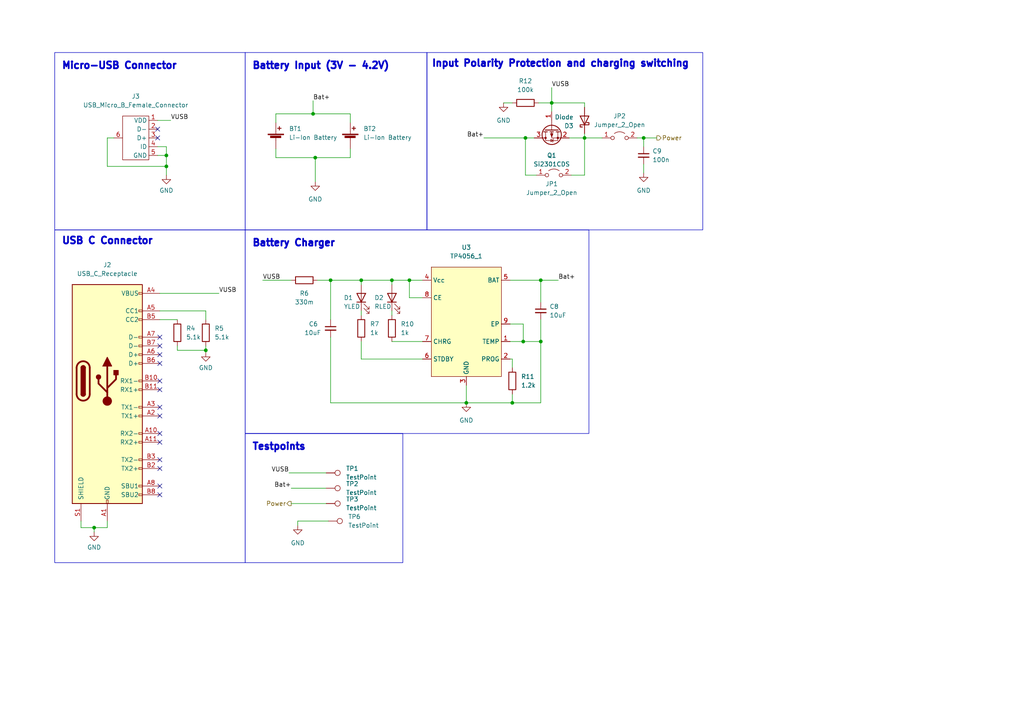
<source format=kicad_sch>
(kicad_sch (version 20230121) (generator eeschema)
  (paper "A4")
  (title_block (title "Battery Charging") (date "2023-04-13") (rev "V1") (company "University of Cape Town") (comment 1 "Author: Sarah Tallack"))
  (lib_symbols
    (symbol "Connector:TestPoint" (pin_numbers hide) (pin_names (offset 0.762) hide)
      (property "Reference" "TP" (at 0 6.858 0))
      (property "Value" "TestPoint" (at 0 5.08 0))
      (symbol "TestPoint_0_1"
        (circle (center 0 3.302) (radius 0.762))
      )
      (symbol "TestPoint_1_1"
        (pin passive line (at 0 0 90) (length 2.54) (name "1") (number "1"))
      )
    )
    (symbol "Connector:USB_C_Receptacle" (pin_names (offset 1.016))
      (property "Reference" "J" (at -10.16 29.21 0))
      (property "Value" "USB_C_Receptacle" (at 10.16 29.21 0))
      (symbol "USB_C_Receptacle_0_0"
        (rectangle (start -0.254 -35.56) (end 0.254 -34.544))
        (rectangle (start 10.16 -32.766) (end 9.144 -33.274))
        (rectangle (start 10.16 -30.226) (end 9.144 -30.734))
        (rectangle (start 10.16 -25.146) (end 9.144 -25.654))
        (rectangle (start 10.16 -22.606) (end 9.144 -23.114))
        (rectangle (start 10.16 -17.526) (end 9.144 -18.034))
        (rectangle (start 10.16 -14.986) (end 9.144 -15.494))
        (rectangle (start 10.16 -9.906) (end 9.144 -10.414))
        (rectangle (start 10.16 -7.366) (end 9.144 -7.874))
        (rectangle (start 10.16 -2.286) (end 9.144 -2.794))
        (rectangle (start 10.16 0.254) (end 9.144 -0.254))
        (rectangle (start 10.16 5.334) (end 9.144 4.826))
        (rectangle (start 10.16 7.874) (end 9.144 7.366))
        (rectangle (start 10.16 10.414) (end 9.144 9.906))
        (rectangle (start 10.16 12.954) (end 9.144 12.446))
        (rectangle (start 10.16 18.034) (end 9.144 17.526))
        (rectangle (start 10.16 20.574) (end 9.144 20.066))
        (rectangle (start 10.16 25.654) (end 9.144 25.146))
      )
      (symbol "USB_C_Receptacle_0_1"
        (rectangle (start -10.16 27.94) (end 10.16 -35.56) (stroke (width 0.254)) (fill (type background)))
        (arc (start -8.89 -3.81) (mid -6.985 -5.7067) (end -5.08 -3.81) (stroke (width 0.508)))
        (arc (start -7.62 -3.81) (mid -6.985 -4.4423) (end -6.35 -3.81) (stroke (width 0.254)))
        (arc (start -7.62 -3.81) (mid -6.985 -4.4423) (end -6.35 -3.81) (stroke (width 0.254)) (fill (type outline)))
        (rectangle (start -7.62 -3.81) (end -6.35 3.81) (stroke (width 0.254)) (fill (type outline)))
        (arc (start -6.35 3.81) (mid -6.985 4.4423) (end -7.62 3.81) (stroke (width 0.254)))
        (arc (start -6.35 3.81) (mid -6.985 4.4423) (end -7.62 3.81) (stroke (width 0.254)) (fill (type outline)))
        (arc (start -5.08 3.81) (mid -6.985 5.7067) (end -8.89 3.81) (stroke (width 0.508)))
        (polyline (pts (xy -8.89 -3.81) (xy -8.89 3.81)) (stroke (width 0.508)))
        (polyline (pts (xy -5.08 3.81) (xy -5.08 -3.81)) (stroke (width 0.508)))
      )
      (symbol "USB_C_Receptacle_1_1"
        (circle (center -2.54 1.143) (radius 0.635) (stroke (width 0.254)) (fill (type outline)))
        (circle (center 0 -5.842) (radius 1.27) (fill (type outline)))
        (polyline (pts (xy 0 -5.842) (xy 0 4.318)) (stroke (width 0.508)))
        (polyline (pts (xy 0 -3.302) (xy -2.54 -0.762) (xy -2.54 0.508)) (stroke (width 0.508)))
        (polyline (pts (xy 0 -2.032) (xy 2.54 0.508) (xy 2.54 1.778)) (stroke (width 0.508)))
        (polyline (pts (xy -1.27 4.318) (xy 0 6.858) (xy 1.27 4.318) (xy -1.27 4.318)) (stroke (width 0.254)) (fill (type outline)))
        (rectangle (start 1.905 1.778) (end 3.175 3.048) (stroke (width 0.254)) (fill (type outline)))
        (pin passive line (at 0 -40.64 90) (length 5.08) (name "GND") (number "A1"))
        (pin bidirectional line (at 15.24 -15.24 180) (length 5.08) (name "RX2-") (number "A10"))
        (pin bidirectional line (at 15.24 -17.78 180) (length 5.08) (name "RX2+") (number "A11"))
        (pin passive line (at 0 -40.64 90) (length 5.08) hide (name "GND") (number "A12"))
        (pin bidirectional line (at 15.24 -10.16 180) (length 5.08) (name "TX1+") (number "A2"))
        (pin bidirectional line (at 15.24 -7.62 180) (length 5.08) (name "TX1-") (number "A3"))
        (pin passive line (at 15.24 25.4 180) (length 5.08) (name "VBUS") (number "A4"))
        (pin bidirectional line (at 15.24 20.32 180) (length 5.08) (name "CC1") (number "A5"))
        (pin bidirectional line (at 15.24 7.62 180) (length 5.08) (name "D+") (number "A6"))
        (pin bidirectional line (at 15.24 12.7 180) (length 5.08) (name "D-") (number "A7"))
        (pin bidirectional line (at 15.24 -30.48 180) (length 5.08) (name "SBU1") (number "A8"))
        (pin passive line (at 15.24 25.4 180) (length 5.08) hide (name "VBUS") (number "A9"))
        (pin passive line (at 0 -40.64 90) (length 5.08) hide (name "GND") (number "B1"))
        (pin bidirectional line (at 15.24 0 180) (length 5.08) (name "RX1-") (number "B10"))
        (pin bidirectional line (at 15.24 -2.54 180) (length 5.08) (name "RX1+") (number "B11"))
        (pin passive line (at 0 -40.64 90) (length 5.08) hide (name "GND") (number "B12"))
        (pin bidirectional line (at 15.24 -25.4 180) (length 5.08) (name "TX2+") (number "B2"))
        (pin bidirectional line (at 15.24 -22.86 180) (length 5.08) (name "TX2-") (number "B3"))
        (pin passive line (at 15.24 25.4 180) (length 5.08) hide (name "VBUS") (number "B4"))
        (pin bidirectional line (at 15.24 17.78 180) (length 5.08) (name "CC2") (number "B5"))
        (pin bidirectional line (at 15.24 5.08 180) (length 5.08) (name "D+") (number "B6"))
        (pin bidirectional line (at 15.24 10.16 180) (length 5.08) (name "D-") (number "B7"))
        (pin bidirectional line (at 15.24 -33.02 180) (length 5.08) (name "SBU2") (number "B8"))
        (pin passive line (at 15.24 25.4 180) (length 5.08) hide (name "VBUS") (number "B9"))
        (pin passive line (at -7.62 -40.64 90) (length 5.08) (name "SHIELD") (number "S1"))
      )
    )
    (symbol "Device:Battery_Cell" (pin_numbers hide) (pin_names (offset 0) hide)
      (property "Reference" "BT" (at 2.54 2.54 0))
      (property "Value" "Battery_Cell" (at 2.54 0 0))
      (symbol "Battery_Cell_0_1"
        (rectangle (start -2.286 1.778) (end 2.286 1.524) (fill (type outline)))
        (rectangle (start -1.5748 1.1938) (end 1.4732 0.6858) (fill (type outline)))
        (polyline (pts (xy 0 0.762) (xy 0 0)))
        (polyline (pts (xy 0 1.778) (xy 0 2.54)))
        (polyline (pts (xy 0.508 3.429) (xy 1.524 3.429)) (stroke (width 0.254)))
        (polyline (pts (xy 1.016 3.937) (xy 1.016 2.921)) (stroke (width 0.254)))
      )
      (symbol "Battery_Cell_1_1"
        (pin passive line (at 0 5.08 270) (length 2.54) (name "+") (number "1"))
        (pin passive line (at 0 -2.54 90) (length 2.54) (name "-") (number "2"))
      )
    )
    (symbol "Device:C_Small" (pin_numbers hide) (pin_names (offset 0.254) hide)
      (property "Reference" "C" (at 0.254 1.778 0))
      (property "Value" "C_Small" (at 0.254 -2.032 0))
      (symbol "C_Small_0_1"
        (polyline (pts (xy -1.524 -0.508) (xy 1.524 -0.508)) (stroke (width 0.3302)))
        (polyline (pts (xy -1.524 0.508) (xy 1.524 0.508)) (stroke (width 0.3048)))
      )
      (symbol "C_Small_1_1"
        (pin passive line (at 0 2.54 270) (length 2.032) (name "~") (number "1"))
        (pin passive line (at 0 -2.54 90) (length 2.032) (name "~") (number "2"))
      )
    )
    (symbol "Device:LED" (pin_numbers hide) (pin_names (offset 1.016) hide)
      (property "Reference" "D" (at 0 2.54 0))
      (property "Value" "LED" (at 0 -2.54 0))
      (symbol "LED_0_1"
        (polyline (pts (xy -1.27 -1.27) (xy -1.27 1.27)) (stroke (width 0.254)))
        (polyline (pts (xy -1.27 0) (xy 1.27 0)))
        (polyline (pts (xy 1.27 -1.27) (xy 1.27 1.27) (xy -1.27 0) (xy 1.27 -1.27)) (stroke (width 0.254)))
        (polyline (pts (xy -3.048 -0.762) (xy -4.572 -2.286) (xy -3.81 -2.286) (xy -4.572 -2.286) (xy -4.572 -1.524)))
        (polyline (pts (xy -1.778 -0.762) (xy -3.302 -2.286) (xy -2.54 -2.286) (xy -3.302 -2.286) (xy -3.302 -1.524)))
      )
      (symbol "LED_1_1"
        (pin passive line (at -3.81 0 0) (length 2.54) (name "K") (number "1"))
        (pin passive line (at 3.81 0 180) (length 2.54) (name "A") (number "2"))
      )
    )
    (symbol "Device:R" (pin_numbers hide) (pin_names (offset 0))
      (property "Reference" "R" (at 2.032 0 90))
      (property "Value" "R" (at 0 0 90))
      (symbol "R_0_1"
        (rectangle (start -1.016 -2.54) (end 1.016 2.54) (stroke (width 0.254)))
      )
      (symbol "R_1_1"
        (pin passive line (at 0 3.81 270) (length 1.27) (name "~") (number "1"))
        (pin passive line (at 0 -3.81 90) (length 1.27) (name "~") (number "2"))
      )
    )
    (symbol "Diode:1N5819" (pin_numbers hide) (pin_names (offset 1.016) hide)
      (property "Reference" "D" (at 0 2.54 0))
      (property "Value" "1N5819" (at 0 -2.54 0))
      (symbol "1N5819_0_1"
        (polyline (pts (xy 1.27 0) (xy -1.27 0)))
        (polyline (pts (xy 1.27 1.27) (xy 1.27 -1.27) (xy -1.27 0) (xy 1.27 1.27)) (stroke (width 0.254)))
        (polyline (pts (xy -1.905 0.635) (xy -1.905 1.27) (xy -1.27 1.27) (xy -1.27 -1.27) (xy -0.635 -1.27) (xy -0.635 -0.635)) (stroke (width 0.254)))
      )
      (symbol "1N5819_1_1"
        (pin passive line (at -3.81 0 0) (length 2.54) (name "K") (number "1"))
        (pin passive line (at 3.81 0 180) (length 2.54) (name "A") (number "2"))
      )
    )
    (symbol "Jumper:Jumper_2_Open" (pin_names (offset 0) hide)
      (property "Reference" "JP" (at 0 2.794 0))
      (property "Value" "Jumper_2_Open" (at 0 -2.286 0))
      (symbol "Jumper_2_Open_0_0"
        (circle (center -2.032 0) (radius 0.508))
        (circle (center 2.032 0) (radius 0.508))
      )
      (symbol "Jumper_2_Open_0_1"
        (arc (start 1.524 1.27) (mid 0 1.778) (end -1.524 1.27))
      )
      (symbol "Jumper_2_Open_1_1"
        (pin passive line (at -5.08 0 0) (length 2.54) (name "A") (number "1"))
        (pin passive line (at 5.08 0 180) (length 2.54) (name "B") (number "2"))
      )
    )
    (symbol "SarahLib:TP4056_1"
      (property "Reference" "U4" (at 0 11.43 0))
      (property "Value" "TP4056_1" (at 0 8.89 0))
      (symbol "TP4056_1_0_1"
        (rectangle (start -10.16 6.35) (end 10.16 -25.4) (fill (type background)))
      )
      (symbol "TP4056_1_1_1"
        (pin input line (at 12.7 -15.24 180) (length 2.54) (name "TEMP") (number "1"))
        (pin input line (at 12.7 -20.32 180) (length 2.54) (name "PROG") (number "2"))
        (pin input line (at 0 -27.94 90) (length 2.54) (name "GND") (number "3"))
        (pin input line (at -12.7 2.54 0) (length 2.54) (name "Vcc") (number "4"))
        (pin input line (at 12.7 2.54 180) (length 2.54) (name "BAT") (number "5"))
        (pin input line (at -12.7 -20.32 0) (length 2.54) (name "STDBY") (number "6"))
        (pin input line (at -12.7 -15.24 0) (length 2.54) (name "CHRG") (number "7"))
        (pin input line (at -12.7 -2.54 0) (length 2.54) (name "CE") (number "8"))
        (pin input line (at 12.7 -10.16 180) (length 2.54) (name "EP") (number "9"))
      )
    )
    (symbol "SarahLib:USB_Micro_B_Female_Connector"
      (property "Reference" "J3" (at 1.27 12.065 0))
      (property "Value" "USB_Micro_B_Female_Connector" (at 1.27 9.525 0))
      (symbol "USB_Micro_B_Female_Connector_0_1"
        (rectangle (start 5.08 6.35) (end -2.54 -6.35) (stroke (width 0.1524)))
      )
      (symbol "USB_Micro_B_Female_Connector_1_1"
        (pin power_out line (at 7.62 5.08 180) (length 2.54) (name "VDD") (number "1"))
        (pin input line (at 7.62 2.54 180) (length 2.54) (name "D-") (number "2"))
        (pin input line (at 7.62 0 180) (length 2.54) (name "D+") (number "3"))
        (pin passive line (at 7.62 -2.54 180) (length 2.54) (name "ID") (number "4"))
        (pin power_in line (at 7.62 -5.08 180) (length 2.54) (name "GND") (number "5"))
        (pin passive line (at -5.08 0 0) (length 2.54) (name "") (number "6"))
      )
    )
    (symbol "Transistor_FET:Si2319CDS" (pin_names hide)
      (property "Reference" "Q" (at 5.08 1.905 0))
      (property "Value" "Si2319CDS" (at 5.08 0 0))
      (symbol "Si2319CDS_0_1"
        (polyline (pts (xy 0.254 0) (xy -2.54 0)))
        (polyline (pts (xy 0.254 1.905) (xy 0.254 -1.905)) (stroke (width 0.254)))
        (polyline (pts (xy 0.762 -1.27) (xy 0.762 -2.286)) (stroke (width 0.254)))
        (polyline (pts (xy 0.762 0.508) (xy 0.762 -0.508)) (stroke (width 0.254)))
        (polyline (pts (xy 0.762 2.286) (xy 0.762 1.27)) (stroke (width 0.254)))
        (polyline (pts (xy 2.54 2.54) (xy 2.54 1.778)))
        (polyline (pts (xy 2.54 -2.54) (xy 2.54 0) (xy 0.762 0)))
        (polyline (pts (xy 0.762 1.778) (xy 3.302 1.778) (xy 3.302 -1.778) (xy 0.762 -1.778)))
        (polyline (pts (xy 2.286 0) (xy 1.27 0.381) (xy 1.27 -0.381) (xy 2.286 0)) (fill (type outline)))
        (polyline (pts (xy 2.794 -0.508) (xy 2.921 -0.381) (xy 3.683 -0.381) (xy 3.81 -0.254)))
        (polyline (pts (xy 3.302 -0.381) (xy 2.921 0.254) (xy 3.683 0.254) (xy 3.302 -0.381)))
        (circle (center 1.651 0) (radius 2.794) (stroke (width 0.254)))
        (circle (center 2.54 -1.778) (radius 0.254) (fill (type outline)))
        (circle (center 2.54 1.778) (radius 0.254) (fill (type outline)))
      )
      (symbol "Si2319CDS_1_1"
        (pin input line (at -5.08 0 0) (length 2.54) (name "G") (number "1"))
        (pin passive line (at 2.54 -5.08 90) (length 2.54) (name "S") (number "2"))
        (pin passive line (at 2.54 5.08 270) (length 2.54) (name "D") (number "3"))
      )
    )
    (symbol "power:GND" (power) (pin_names (offset 0))
      (property "Value" "GND" (at 0 -3.81 0))
      (symbol "GND_0_1"
        (polyline (pts (xy 0 0) (xy 0 -1.27) (xy 1.27 -1.27) (xy 0 -2.54) (xy -1.27 -1.27) (xy 0 -1.27)))
      )
      (symbol "GND_1_1"
        (pin power_in line (at 0 0 270) (length 0) hide (name "GND") (number "1"))
      )
    )
  )
  (junction (at 59.69 101.6))
  (junction (at 160.02 29.845))
  (junction (at 152.4 40.005))
  (junction (at 95.885 81.28))
  (junction (at 91.44 45.72))
  (junction (at 148.59 116.84))
  (junction (at 156.845 99.06))
  (junction (at 48.26 45.085))
  (junction (at 135.255 116.84))
  (junction (at 151.765 99.06))
  (junction (at 169.545 40.005))
  (junction (at 90.805 33.02))
  (junction (at 118.745 81.28))
  (junction (at 48.26 48.26))
  (junction (at 186.69 40.005))
  (junction (at 113.665 81.28))
  (junction (at 104.775 81.28))
  (junction (at 156.845 81.28))
  (junction (at 27.305 153.035))
  (no_connect (at 46.355 97.79))
  (no_connect (at 46.355 105.41))
  (no_connect (at 46.355 100.33))
  (no_connect (at 46.355 128.27))
  (no_connect (at 46.355 143.51))
  (no_connect (at 46.355 118.11))
  (no_connect (at 46.355 133.35))
  (no_connect (at 46.355 113.03))
  (no_connect (at 46.355 102.87))
  (no_connect (at 46.355 120.65))
  (no_connect (at 46.355 140.97))
  (no_connect (at 46.355 125.73))
  (no_connect (at 45.72 37.465))
  (no_connect (at 46.355 110.49))
  (no_connect (at 45.72 40.005))
  (no_connect (at 46.355 135.89))
  (wire (pts (xy 135.255 111.76) (xy 135.255 116.84)))
  (wire (pts (xy 165.1 40.005) (xy 169.545 40.005)))
  (wire (pts (xy 59.69 100.33) (xy 59.69 101.6)))
  (wire (pts (xy 152.4 40.005) (xy 154.94 40.005)))
  (wire (pts (xy 46.355 90.17) (xy 59.69 90.17)))
  (wire (pts (xy 91.44 45.72) (xy 91.44 52.705)))
  (wire (pts (xy 160.02 29.845) (xy 160.02 32.385)))
  (wire (pts (xy 51.435 101.6) (xy 59.69 101.6)))
  (wire (pts (xy 147.955 104.14) (xy 148.59 104.14)))
  (wire (pts (xy 118.745 81.28) (xy 118.745 86.36)))
  (wire (pts (xy 140.335 40.005) (xy 152.4 40.005)))
  (wire (pts (xy 146.05 29.845) (xy 148.59 29.845)))
  (wire (pts (xy 104.775 81.28) (xy 113.665 81.28)))
  (wire (pts (xy 156.845 81.28) (xy 147.955 81.28)))
  (wire (pts (xy 122.555 86.36) (xy 118.745 86.36)))
  (wire (pts (xy 160.02 25.4) (xy 160.02 29.845)))
  (wire (pts (xy 147.955 99.06) (xy 151.765 99.06)))
  (wire (pts (xy 113.665 81.28) (xy 118.745 81.28)))
  (wire (pts (xy 113.665 99.06) (xy 122.555 99.06)))
  (wire (pts (xy 156.845 99.06) (xy 156.845 116.84)))
  (wire (pts (xy 151.765 93.98) (xy 151.765 99.06)))
  (wire (pts (xy 23.495 151.13) (xy 23.495 153.035)))
  (wire (pts (xy 152.4 40.005) (xy 152.4 50.8)))
  (wire (pts (xy 104.775 90.17) (xy 104.775 91.44)))
  (wire (pts (xy 169.545 40.005) (xy 174.625 40.005)))
  (wire (pts (xy 51.435 100.33) (xy 51.435 101.6)))
  (wire (pts (xy 95.885 116.84) (xy 135.255 116.84)))
  (wire (pts (xy 80.01 33.02) (xy 90.805 33.02)))
  (wire (pts (xy 33.02 40.005) (xy 31.115 40.005)))
  (wire (pts (xy 169.545 40.005) (xy 169.545 50.8)))
  (wire (pts (xy 80.01 43.18) (xy 80.01 45.72)))
  (wire (pts (xy 151.765 99.06) (xy 156.845 99.06)))
  (wire (pts (xy 90.805 33.02) (xy 101.6 33.02)))
  (wire (pts (xy 152.4 50.8) (xy 155.575 50.8)))
  (wire (pts (xy 135.255 116.84) (xy 148.59 116.84)))
  (wire (pts (xy 63.5 85.09) (xy 46.355 85.09)))
  (wire (pts (xy 90.805 29.21) (xy 90.805 33.02)))
  (wire (pts (xy 23.495 153.035) (xy 27.305 153.035)))
  (wire (pts (xy 101.6 33.02) (xy 101.6 35.56)))
  (wire (pts (xy 80.01 35.56) (xy 80.01 33.02)))
  (wire (pts (xy 91.44 45.72) (xy 80.01 45.72)))
  (wire (pts (xy 31.115 48.26) (xy 48.26 48.26)))
  (wire (pts (xy 48.26 48.26) (xy 48.26 50.8)))
  (wire (pts (xy 113.665 90.17) (xy 113.665 91.44)))
  (wire (pts (xy 160.02 29.845) (xy 169.545 29.845)))
  (wire (pts (xy 118.745 81.28) (xy 122.555 81.28)))
  (wire (pts (xy 169.545 38.735) (xy 169.545 40.005)))
  (wire (pts (xy 186.69 50.165) (xy 186.69 47.625)))
  (wire (pts (xy 147.955 93.98) (xy 151.765 93.98)))
  (wire (pts (xy 101.6 45.72) (xy 101.6 43.18)))
  (wire (pts (xy 45.72 34.925) (xy 49.53 34.925)))
  (wire (pts (xy 27.305 153.035) (xy 27.305 154.305)))
  (wire (pts (xy 156.21 29.845) (xy 160.02 29.845)))
  (wire (pts (xy 186.69 40.005) (xy 184.785 40.005)))
  (wire (pts (xy 165.735 50.8) (xy 169.545 50.8)))
  (wire (pts (xy 27.305 153.035) (xy 31.115 153.035)))
  (wire (pts (xy 48.26 42.545) (xy 48.26 45.085)))
  (wire (pts (xy 84.455 141.605) (xy 94.615 141.605)))
  (wire (pts (xy 148.59 116.84) (xy 156.845 116.84)))
  (wire (pts (xy 148.59 114.3) (xy 148.59 116.84)))
  (wire (pts (xy 190.5 40.005) (xy 186.69 40.005)))
  (wire (pts (xy 45.72 42.545) (xy 48.26 42.545)))
  (wire (pts (xy 45.72 45.085) (xy 48.26 45.085)))
  (wire (pts (xy 95.885 97.79) (xy 95.885 116.84)))
  (wire (pts (xy 76.2 81.28) (xy 84.455 81.28)))
  (wire (pts (xy 48.26 45.085) (xy 48.26 48.26)))
  (wire (pts (xy 59.69 101.6) (xy 59.69 102.235)))
  (wire (pts (xy 104.775 82.55) (xy 104.775 81.28)))
  (wire (pts (xy 31.115 40.005) (xy 31.115 48.26)))
  (wire (pts (xy 186.69 42.545) (xy 186.69 40.005)))
  (wire (pts (xy 169.545 29.845) (xy 169.545 31.115)))
  (wire (pts (xy 113.665 82.55) (xy 113.665 81.28)))
  (wire (pts (xy 83.82 137.16) (xy 94.615 137.16)))
  (wire (pts (xy 92.075 81.28) (xy 95.885 81.28)))
  (wire (pts (xy 91.44 45.72) (xy 101.6 45.72)))
  (wire (pts (xy 104.775 99.06) (xy 104.775 104.14)))
  (wire (pts (xy 148.59 104.14) (xy 148.59 106.68)))
  (wire (pts (xy 84.455 146.05) (xy 94.615 146.05)))
  (wire (pts (xy 161.925 81.28) (xy 156.845 81.28)))
  (wire (pts (xy 95.885 81.28) (xy 95.885 92.71)))
  (wire (pts (xy 59.69 90.17) (xy 59.69 92.71)))
  (wire (pts (xy 86.36 151.13) (xy 86.36 152.4)))
  (wire (pts (xy 156.845 81.28) (xy 156.845 87.63)))
  (wire (pts (xy 95.25 151.13) (xy 86.36 151.13)))
  (wire (pts (xy 95.885 81.28) (xy 104.775 81.28)))
  (wire (pts (xy 31.115 153.035) (xy 31.115 151.13)))
  (wire (pts (xy 156.845 92.71) (xy 156.845 99.06)))
  (wire (pts (xy 46.355 92.71) (xy 51.435 92.71)))
  (wire (pts (xy 104.775 104.14) (xy 122.555 104.14)))
  (rectangle (start 71.12 66.675) (end 170.815 125.73))
  (rectangle (start 71.12 125.73) (end 116.84 163.195))
  (rectangle (start 15.875 15.24) (end 71.12 66.675))
  (rectangle (start 71.12 15.24) (end 123.825 66.675))
  (rectangle (start 15.875 66.675) (end 71.12 163.195))
  (rectangle (start 123.825 15.24) (end 203.835 66.675))
  (text "Battery Charger" (at 73.025 71.755 0) (effects (font (size 2 2) (thickness 0.6) bold) (justify left bottom)))
  (text "Micro-USB Connector\n" (at 17.78 20.32 0) (effects (font (size 2 2) (thickness 0.8) bold) (justify left bottom)))
  (text "Testpoints\n" (at 73.025 130.81 0) (effects (font (size 2 2) (thickness 0.6) bold) (justify left bottom)))
  (text "USB C Connector\n" (at 17.78 71.12 0) (effects (font (size 2 2) (thickness 0.8) bold) (justify left bottom)))
  (text "Input Polarity Protection and charging switching" (at 125.095 19.685 0) (effects (font (size 2 2) (thickness 0.6) bold) (justify left bottom)))
  (text "Battery Input (3V - 4.2V)" (at 73.025 20.32 0) (effects (font (size 2 2) (thickness 0.6) bold) (justify left bottom)))
  (label "Bat+" (at 161.925 81.28 0))
  (label "VUSB" (at 76.2 81.28 0))
  (label "VUSB" (at 63.5 85.09 0))
  (label "Bat+" (at 90.805 29.21 0))
  (label "Bat+" (at 84.455 141.605 180))
  (label "VUSB" (at 83.82 137.16 180))
  (label "VUSB" (at 160.02 25.4 0))
  (label "VUSB" (at 49.53 34.925 0))
  (label "Bat+" (at 140.335 40.005 180))
  (hierarchical_label "Power" (shape output) (at 190.5 40.005 0))
  (hierarchical_label "Power" (shape output) (at 84.455 146.05 180))
  (symbol (lib_id "Device:R") (at 88.265 81.28 90) (unit 1)
    (property "Reference" "R6" (at 88.265 85.09 90))
    (property "Value" "330m" (at 88.265 87.63 90))
    (property "Footprint" "Resistor_SMD:R_0805_2012Metric" (effects hide))
    (property "LCSC" "C52548" (effects hide))
    (property "Extended" "1" (effects hide))
    (property "Price" "0.01" (effects hide))
    (property "Populate" "Yes" (effects hide))
  )
  (symbol (lib_id "Device:R") (at 51.435 96.52 180) (unit 1)
    (property "Reference" "R4" (at 53.975 95.2499 0) (effects (justify right)))
    (property "Value" "5.1k" (at 53.975 97.7899 0) (effects (justify right)))
    (property "Footprint" "Resistor_SMD:R_0805_2012Metric" (effects hide))
    (property "Datasheet" "https://datasheet.lcsc.com/lcsc/2206010200_UNI-ROYAL-Uniroyal-Elec-0805W8F2003T5E_C17539.pdf" (effects hide))
    (property "Price" "0.0016" (effects hide))
    (property "Extended" "0" (effects hide))
    (property "LCSC" "C27834" (effects hide))
    (property "Populate" "Yes" (effects hide))
  )
  (symbol (lib_id "Device:R") (at 59.69 96.52 180) (unit 1)
    (property "Reference" "R5" (at 62.23 95.2499 0) (effects (justify right)))
    (property "Value" "5.1k" (at 62.23 97.7899 0) (effects (justify right)))
    (property "Footprint" "Resistor_SMD:R_0805_2012Metric" (effects hide))
    (property "Datasheet" "https://datasheet.lcsc.com/lcsc/2206010200_UNI-ROYAL-Uniroyal-Elec-0805W8F2003T5E_C17539.pdf" (effects hide))
    (property "Price" "0.0016" (effects hide))
    (property "Extended" "0" (effects hide))
    (property "LCSC" "C27834" (effects hide))
    (property "Populate" "Yes" (effects hide))
  )
  (symbol (lib_id "Device:Battery_Cell") (at 101.6 40.64 0) (unit 1)
    (property "Reference" "BT2" (at 105.41 37.3379 0) (effects (justify left)))
    (property "Value" "Li-Ion Battery" (at 105.41 39.8779 0) (effects (justify left)))
    (property "Footprint" "Battery:BatteryHolder_Keystone_1042_1x18650" (effects hide))
    (property "Populate" "No" (effects hide))
  )
  (symbol (lib_id "Device:LED") (at 113.665 86.36 90) (unit 1)
    (property "Reference" "D2" (at 108.585 86.36 90) (effects (justify right)))
    (property "Value" "RLED" (at 108.585 88.9 90) (effects (justify right)))
    (property "Footprint" "LED_SMD:LED_0603_1608Metric" (effects hide))
    (property "LCSC" "C2286" (effects hide))
    (property "Extended" "0" (effects hide))
    (property "Populate" "Yes" (effects hide))
  )
  (symbol (lib_id "Connector:TestPoint") (at 94.615 141.605 270) (unit 1)
    (property "Reference" "TP2" (at 100.33 140.3349 90) (effects (justify left)))
    (property "Value" "TestPoint" (at 100.33 142.8749 90) (effects (justify left)))
    (property "Footprint" "TestPoint:TestPoint_Pad_D2.0mm" (effects hide))
  )
  (symbol (lib_id "power:GND") (at 91.44 52.705 0) (unit 1)
    (property "Reference" "#PWR09" (effects hide))
    (property "Value" "GND" (at 91.44 57.785 0))
  )
  (symbol (lib_id "Connector:TestPoint") (at 95.25 151.13 270) (unit 1)
    (property "Reference" "TP6" (at 100.965 149.8599 90) (effects (justify left)))
    (property "Value" "TestPoint" (at 100.965 152.3999 90) (effects (justify left)))
    (property "Footprint" "TestPoint:TestPoint_Pad_D2.0mm" (effects hide))
  )
  (symbol (lib_id "power:GND") (at 86.36 152.4 0) (unit 1)
    (property "Reference" "#PWR010" (effects hide))
    (property "Value" "GND" (at 86.36 157.48 0))
  )
  (symbol (lib_id "SarahLib:TP4056_1") (at 135.255 83.82 0) (unit 1)
    (property "Reference" "U3" (at 135.255 71.755 0))
    (property "Value" "TP4056_1" (at 135.255 74.295 0))
    (property "Footprint" "Package_SO:HSOP-8-1EP_3.9x4.9mm_P1.27mm_EP2.3x2.3mm" (effects hide))
    (property "Datasheet" "https://dlnmh9ip6v2uc.cloudfront.net/datasheets/Prototyping/TP4056.pdf" (effects hide))
    (property "LCSC" "C16581" (effects hide))
    (property "Extended" "0" (effects hide))
    (property "Populate" "Yes" (effects hide))
  )
  (symbol (lib_id "Connector:TestPoint") (at 94.615 146.05 270) (unit 1)
    (property "Reference" "TP3" (at 100.33 144.7799 90) (effects (justify left)))
    (property "Value" "TestPoint" (at 100.33 147.3199 90) (effects (justify left)))
    (property "Footprint" "TestPoint:TestPoint_Pad_D2.0mm" (effects hide))
  )
  (symbol (lib_id "Jumper:Jumper_2_Open") (at 160.655 50.8 0) (unit 1)
    (property "Reference" "JP1" (at 160.02 53.34 0))
    (property "Value" "Jumper_2_Open" (at 160.02 55.88 0))
    (property "Footprint" "Jumper:SolderJumper-2_P1.3mm_Open_RoundedPad1.0x1.5mm" (effects hide))
  )
  (symbol (lib_id "power:GND") (at 48.26 50.8 0) (unit 1)
    (property "Reference" "#PWR05" (effects hide))
    (property "Value" "GND" (at 48.26 55.2434 0))
  )
  (symbol (lib_id "power:GND") (at 146.05 29.845 0) (unit 1)
    (property "Reference" "#PWR016" (effects hide))
    (property "Value" "GND" (at 146.05 34.925 0))
  )
  (symbol (lib_id "power:GND") (at 135.255 116.84 0) (unit 1)
    (property "Reference" "#PWR015" (effects hide))
    (property "Value" "GND" (at 135.255 121.92 0))
  )
  (symbol (lib_id "Jumper:Jumper_2_Open") (at 179.705 40.005 0) (unit 1)
    (property "Reference" "JP2" (at 179.705 33.655 0))
    (property "Value" "Jumper_2_Open" (at 179.705 36.195 0))
    (property "Footprint" "Jumper:SolderJumper-2_P1.3mm_Open_RoundedPad1.0x1.5mm" (effects hide))
  )
  (symbol (lib_id "Device:Battery_Cell") (at 80.01 40.64 0) (unit 1)
    (property "Reference" "BT1" (at 83.82 37.3379 0) (effects (justify left)))
    (property "Value" "Li-Ion Battery" (at 83.82 39.8779 0) (effects (justify left)))
    (property "Footprint" "Battery:BatteryHolder_Keystone_1042_1x18650" (effects hide))
    (property "Populate" "No" (effects hide))
  )
  (symbol (lib_id "power:GND") (at 27.305 154.305 0) (unit 1)
    (property "Reference" "#PWR01" (effects hide))
    (property "Value" "GND" (at 27.305 158.7484 0))
  )
  (symbol (lib_id "Device:C_Small") (at 156.845 90.17 0) (unit 1)
    (property "Reference" "C8" (at 159.385 88.9062 0) (effects (justify left)))
    (property "Value" "10uF" (at 159.385 91.4462 0) (effects (justify left)))
    (property "Footprint" "Capacitor_SMD:C_0402_1005Metric" (effects hide))
    (property "LCSC" "C15525" (effects hide))
    (property "Extended" "0" (effects hide))
    (property "Populate" "Yes" (effects hide))
  )
  (symbol (lib_id "power:GND") (at 186.69 50.165 0) (unit 1)
    (property "Reference" "#PWR017" (effects hide))
    (property "Value" "GND" (at 186.69 55.245 0))
  )
  (symbol (lib_id "Connector:USB_C_Receptacle") (at 31.115 110.49 0) (unit 1)
    (property "Reference" "J2" (at 31.115 76.835 0))
    (property "Value" "USB_C_Receptacle" (at 31.115 79.375 0))
    (property "Footprint" "SarahFootprints:USB-TYPE-C-TH_USB-306A-B-SU" (effects hide))
    (property "Datasheet" "https://www.usb.org/sites/default/files/documents/usb_type-c.zip" (effects hide))
    (property "LCSC" "C309339" (effects hide))
    (property "Populate" "Yes" (effects hide))
  )
  (symbol (lib_id "Transistor_FET:Si2319CDS") (at 160.02 37.465 90) (mirror x) (unit 1)
    (property "Reference" "Q1" (at 160.02 45.085 90))
    (property "Value" "Si2301CDS" (at 160.02 47.625 90))
    (property "Footprint" "Package_TO_SOT_SMD:SOT-23" (effects hide))
    (property "Datasheet" "http://www.vishay.com/docs/66709/si2319cd.pdf" (effects hide))
    (property "LCSC" "C10487" (effects hide))
    (property "Populate" "Yes" (effects hide))
  )
  (symbol (lib_id "power:GND") (at 59.69 102.235 0) (unit 1)
    (property "Reference" "#PWR07" (effects hide))
    (property "Value" "GND" (at 59.69 106.6784 0))
  )
  (symbol (lib_id "Device:LED") (at 104.775 86.36 90) (unit 1)
    (property "Reference" "D1" (at 99.695 86.36 90) (effects (justify right)))
    (property "Value" "YLED" (at 99.695 88.9 90) (effects (justify right)))
    (property "Footprint" "LED_SMD:LED_0805_2012Metric" (effects hide))
    (property "LCSC" "C2296" (effects hide))
    (property "Extended" "0" (effects hide))
    (property "Populate" "Yes" (effects hide))
  )
  (symbol (lib_id "Device:C_Small") (at 95.885 95.25 0) (unit 1)
    (property "Reference" "C6" (at 89.535 93.98 0) (effects (justify left)))
    (property "Value" "10uF" (at 88.265 96.52 0) (effects (justify left)))
    (property "Footprint" "Capacitor_SMD:C_0402_1005Metric" (effects hide))
    (property "LCSC" "C15525" (effects hide))
    (property "Extended" "0" (effects hide))
    (property "Populate" "Yes" (effects hide))
  )
  (symbol (lib_id "SarahLib:USB_Micro_B_Female_Connector") (at 38.1 40.005 0) (unit 1)
    (property "Reference" "J3" (at 39.37 27.94 0))
    (property "Value" "USB_Micro_B_Female_Connector" (at 39.37 30.48 0))
    (property "Footprint" "SarahFootprints:C404969_Micro_USB" (effects hide))
    (property "Populate" "Yes" (effects hide))
    (property "Price" "0.0491" (effects hide))
    (property "LCSC" "C404969" (effects hide))
    (property "Extended" "1" (effects hide))
  )
  (symbol (lib_id "Device:R") (at 113.665 95.25 0) (unit 1)
    (property "Reference" "R10" (at 116.205 93.9799 0) (effects (justify left)))
    (property "Value" "1k" (at 116.205 96.5199 0) (effects (justify left)))
    (property "Footprint" "Resistor_SMD:R_0603_1608Metric" (effects hide))
    (property "LCSC" "C21190" (effects hide))
    (property "Extended" "0" (effects hide))
    (property "Populate" "Yes" (effects hide))
  )
  (symbol (lib_id "Diode:1N5819") (at 169.545 34.925 90) (unit 1)
    (property "Reference" "D3" (at 166.37 36.5126 90) (effects (justify left)))
    (property "Value" "Diode" (at 166.37 33.9726 90) (effects (justify left)))
    (property "Footprint" "Diode_SMD:D_SOD-123" (effects hide))
    (property "Datasheet" "https://datasheet.lcsc.com/lcsc/1809140216_Jiangsu-Changjing-Electronics-Technology-Co---Ltd--B5819W-SL_C8598.pdf" (effects hide))
    (property "LCSC" "C8598" (effects hide))
    (property "Price" "0.0297" (effects hide))
    (property "Extended" "0" (effects hide))
    (property "Populate" "Yes" (effects hide))
  )
  (symbol (lib_id "Device:R") (at 104.775 95.25 0) (unit 1)
    (property "Reference" "R7" (at 107.315 93.9799 0) (effects (justify left)))
    (property "Value" "1k" (at 107.315 96.5199 0) (effects (justify left)))
    (property "Footprint" "Resistor_SMD:R_0603_1608Metric" (effects hide))
    (property "LCSC" "C21190" (effects hide))
    (property "Extended" "0" (effects hide))
    (property "Populate" "Yes" (effects hide))
  )
  (symbol (lib_id "Device:R") (at 152.4 29.845 90) (unit 1)
    (property "Reference" "R12" (at 152.4 23.495 90))
    (property "Value" "100k" (at 152.4 26.035 90))
    (property "Footprint" "Resistor_SMD:R_0402_1005Metric" (effects hide))
    (property "Datasheet" "https://datasheet.lcsc.com/lcsc/2205312316_UNI-ROYAL-Uniroyal-Elec-0805W8F1003T5E_C149504.pdf" (effects hide))
    (property "Price" "0.0005" (effects hide))
    (property "Extended" "0" (effects hide))
    (property "LCSC" "C25741" (effects hide))
    (property "Populate" "Yes" (effects hide))
  )
  (symbol (lib_id "Device:R") (at 148.59 110.49 0) (unit 1)
    (property "Reference" "R11" (at 151.13 109.2199 0) (effects (justify left)))
    (property "Value" "1.2k" (at 151.13 111.7599 0) (effects (justify left)))
    (property "Footprint" "Resistor_SMD:R_0603_1608Metric" (effects hide))
    (property "LCSC" "C22765" (effects hide))
    (property "Extended" "0" (effects hide))
    (property "Price" "0.0010" (effects hide))
    (property "Populate" "Yes" (effects hide))
  )
  (symbol (lib_id "Connector:TestPoint") (at 94.615 137.16 270) (unit 1)
    (property "Reference" "TP1" (at 100.33 135.8899 90) (effects (justify left)))
    (property "Value" "TestPoint" (at 100.33 138.4299 90) (effects (justify left)))
    (property "Footprint" "TestPoint:TestPoint_Pad_D2.0mm" (effects hide))
  )
  (symbol (lib_id "Device:C_Small") (at 186.69 45.085 0) (unit 1)
    (property "Reference" "C9" (at 189.23 43.8212 0) (effects (justify left)))
    (property "Value" "100n" (at 189.23 46.3612 0) (effects (justify left)))
    (property "Footprint" "Capacitor_SMD:C_0603_1608Metric" (effects hide))
    (property "Datasheet" "https://datasheet.lcsc.com/lcsc/1809301912_YAGEO-CC0603KRX7R9BB104_C14663.pdf" (effects hide))
    (property "Price" "0.0020" (effects hide))
    (property "LCSC" "C49678" (effects hide))
    (property "Extended" "0" (effects hide))
    (property "Populate" "Yes" (effects hide))
  )
)
</source>
